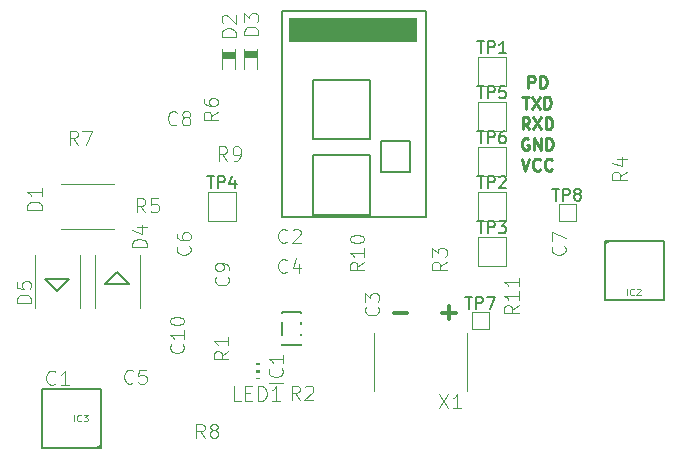
<source format=gbr>
G04 #@! TF.GenerationSoftware,KiCad,Pcbnew,5.0.0+dfsg1-1~bpo9+1*
G04 #@! TF.CreationDate,2018-12-28T11:25:29+01:00*
G04 #@! TF.ProjectId,receive_v1_1,726563656976655F76315F312E6B6963,rev?*
G04 #@! TF.SameCoordinates,Original*
G04 #@! TF.FileFunction,Legend,Top*
G04 #@! TF.FilePolarity,Positive*
%FSLAX46Y46*%
G04 Gerber Fmt 4.6, Leading zero omitted, Abs format (unit mm)*
G04 Created by KiCad (PCBNEW 5.0.0+dfsg1-1~bpo9+1) date Fri Dec 28 11:25:29 2018*
%MOMM*%
%LPD*%
G01*
G04 APERTURE LIST*
%ADD10C,0.250000*%
%ADD11C,0.300000*%
%ADD12C,0.120000*%
%ADD13C,0.100000*%
%ADD14C,0.152400*%
%ADD15C,0.127000*%
%ADD16C,0.101600*%
%ADD17C,0.203200*%
%ADD18C,0.150000*%
%ADD19C,0.048768*%
G04 APERTURE END LIST*
D10*
X132588095Y-82677380D02*
X132588095Y-81677380D01*
X132969047Y-81677380D01*
X133064285Y-81725000D01*
X133111904Y-81772619D01*
X133159523Y-81867857D01*
X133159523Y-82010714D01*
X133111904Y-82105952D01*
X133064285Y-82153571D01*
X132969047Y-82201190D01*
X132588095Y-82201190D01*
X133588095Y-82677380D02*
X133588095Y-81677380D01*
X133826190Y-81677380D01*
X133969047Y-81725000D01*
X134064285Y-81820238D01*
X134111904Y-81915476D01*
X134159523Y-82105952D01*
X134159523Y-82248809D01*
X134111904Y-82439285D01*
X134064285Y-82534523D01*
X133969047Y-82629761D01*
X133826190Y-82677380D01*
X133588095Y-82677380D01*
X132088095Y-83427380D02*
X132659523Y-83427380D01*
X132373809Y-84427380D02*
X132373809Y-83427380D01*
X132897619Y-83427380D02*
X133564285Y-84427380D01*
X133564285Y-83427380D02*
X132897619Y-84427380D01*
X133945238Y-84427380D02*
X133945238Y-83427380D01*
X134183333Y-83427380D01*
X134326190Y-83475000D01*
X134421428Y-83570238D01*
X134469047Y-83665476D01*
X134516666Y-83855952D01*
X134516666Y-83998809D01*
X134469047Y-84189285D01*
X134421428Y-84284523D01*
X134326190Y-84379761D01*
X134183333Y-84427380D01*
X133945238Y-84427380D01*
X132683333Y-86177380D02*
X132350000Y-85701190D01*
X132111904Y-86177380D02*
X132111904Y-85177380D01*
X132492857Y-85177380D01*
X132588095Y-85225000D01*
X132635714Y-85272619D01*
X132683333Y-85367857D01*
X132683333Y-85510714D01*
X132635714Y-85605952D01*
X132588095Y-85653571D01*
X132492857Y-85701190D01*
X132111904Y-85701190D01*
X133016666Y-85177380D02*
X133683333Y-86177380D01*
X133683333Y-85177380D02*
X133016666Y-86177380D01*
X134064285Y-86177380D02*
X134064285Y-85177380D01*
X134302380Y-85177380D01*
X134445238Y-85225000D01*
X134540476Y-85320238D01*
X134588095Y-85415476D01*
X134635714Y-85605952D01*
X134635714Y-85748809D01*
X134588095Y-85939285D01*
X134540476Y-86034523D01*
X134445238Y-86129761D01*
X134302380Y-86177380D01*
X134064285Y-86177380D01*
X132588095Y-86975000D02*
X132492857Y-86927380D01*
X132350000Y-86927380D01*
X132207142Y-86975000D01*
X132111904Y-87070238D01*
X132064285Y-87165476D01*
X132016666Y-87355952D01*
X132016666Y-87498809D01*
X132064285Y-87689285D01*
X132111904Y-87784523D01*
X132207142Y-87879761D01*
X132350000Y-87927380D01*
X132445238Y-87927380D01*
X132588095Y-87879761D01*
X132635714Y-87832142D01*
X132635714Y-87498809D01*
X132445238Y-87498809D01*
X133064285Y-87927380D02*
X133064285Y-86927380D01*
X133635714Y-87927380D01*
X133635714Y-86927380D01*
X134111904Y-87927380D02*
X134111904Y-86927380D01*
X134350000Y-86927380D01*
X134492857Y-86975000D01*
X134588095Y-87070238D01*
X134635714Y-87165476D01*
X134683333Y-87355952D01*
X134683333Y-87498809D01*
X134635714Y-87689285D01*
X134588095Y-87784523D01*
X134492857Y-87879761D01*
X134350000Y-87927380D01*
X134111904Y-87927380D01*
X132016666Y-88677380D02*
X132350000Y-89677380D01*
X132683333Y-88677380D01*
X133588095Y-89582142D02*
X133540476Y-89629761D01*
X133397619Y-89677380D01*
X133302380Y-89677380D01*
X133159523Y-89629761D01*
X133064285Y-89534523D01*
X133016666Y-89439285D01*
X132969047Y-89248809D01*
X132969047Y-89105952D01*
X133016666Y-88915476D01*
X133064285Y-88820238D01*
X133159523Y-88725000D01*
X133302380Y-88677380D01*
X133397619Y-88677380D01*
X133540476Y-88725000D01*
X133588095Y-88772619D01*
X134588095Y-89582142D02*
X134540476Y-89629761D01*
X134397619Y-89677380D01*
X134302380Y-89677380D01*
X134159523Y-89629761D01*
X134064285Y-89534523D01*
X134016666Y-89439285D01*
X133969047Y-89248809D01*
X133969047Y-89105952D01*
X134016666Y-88915476D01*
X134064285Y-88820238D01*
X134159523Y-88725000D01*
X134302380Y-88677380D01*
X134397619Y-88677380D01*
X134540476Y-88725000D01*
X134588095Y-88772619D01*
D11*
X121182142Y-101707142D02*
X122325000Y-101707142D01*
X125325000Y-101707142D02*
X126467857Y-101707142D01*
X125896428Y-102278571D02*
X125896428Y-101135714D01*
D12*
G04 #@! TO.C,TP8*
X135190000Y-93918000D02*
X135190000Y-92518000D01*
X136590000Y-93918000D02*
X135190000Y-93918000D01*
X136590000Y-92518000D02*
X136590000Y-93918000D01*
X135190000Y-92518000D02*
X136590000Y-92518000D01*
G04 #@! TO.C,TP7*
X127824000Y-101662000D02*
X129224000Y-101662000D01*
X129224000Y-101662000D02*
X129224000Y-103062000D01*
X129224000Y-103062000D02*
X127824000Y-103062000D01*
X127824000Y-103062000D02*
X127824000Y-101662000D01*
D13*
G04 #@! TO.C,LED1*
G36*
X109567259Y-106531065D02*
X109567259Y-106831065D01*
X109867259Y-106831065D01*
X109867259Y-106531065D01*
X109567259Y-106531065D01*
G37*
G36*
X109567259Y-107206065D02*
X109567259Y-107356065D01*
X109867259Y-107356065D01*
X109867259Y-107206065D01*
X109567259Y-107206065D01*
G37*
G36*
X109567259Y-106006065D02*
X109567259Y-106156065D01*
X109867259Y-106156065D01*
X109867259Y-106006065D01*
X109567259Y-106006065D01*
G37*
D14*
G04 #@! TO.C,IC1*
X111766375Y-104481509D02*
X111766375Y-104387509D01*
X111766375Y-101731509D02*
X111766375Y-101637509D01*
X113386375Y-101637509D02*
X113386375Y-101731509D01*
X113386375Y-104387509D02*
X113386375Y-104481509D01*
X113386375Y-102537509D02*
X113386375Y-102631509D01*
X113386375Y-103487509D02*
X113386375Y-103581509D01*
X111766375Y-103581509D02*
X111766375Y-102537509D01*
X113386375Y-104481509D02*
X111766375Y-104481509D01*
X111766375Y-101637509D02*
X113386375Y-101637509D01*
D15*
G04 #@! TO.C,U$1*
X119160000Y-93400000D02*
X119160000Y-88400000D01*
X114360000Y-93400000D02*
X119160000Y-93400000D01*
X114360000Y-88400000D02*
X114360000Y-93400000D01*
X119160000Y-88400000D02*
X114360000Y-88400000D01*
X122560000Y-89800000D02*
X122560000Y-87200000D01*
X120160000Y-89800000D02*
X122560000Y-89800000D01*
X120160000Y-87200000D02*
X120160000Y-89800000D01*
X122560000Y-87200000D02*
X120160000Y-87200000D01*
X119160000Y-87000000D02*
X119160000Y-82000000D01*
X114360000Y-87000000D02*
X119160000Y-87000000D01*
X114360000Y-82000000D02*
X114360000Y-87000000D01*
X119160000Y-82000000D02*
X114360000Y-82000000D01*
X111760000Y-76200000D02*
X111760000Y-93600000D01*
D13*
G36*
X112360000Y-76800000D02*
X112360000Y-78800000D01*
X123160000Y-78800000D01*
X123160000Y-76800000D01*
X112360000Y-76800000D01*
G37*
D15*
X123960000Y-76200000D02*
X123960000Y-93600000D01*
X111760000Y-76200000D02*
X123960000Y-76200000D01*
X111760000Y-93600000D02*
X123960000Y-93600000D01*
D12*
G04 #@! TO.C,TP4*
X105480000Y-93910000D02*
X105480000Y-91510000D01*
X107880000Y-93910000D02*
X105480000Y-93910000D01*
X107880000Y-91510000D02*
X107880000Y-93910000D01*
X105480000Y-91510000D02*
X107880000Y-91510000D01*
G04 #@! TO.C,TP6*
X128340000Y-90100000D02*
X128340000Y-87700000D01*
X130740000Y-90100000D02*
X128340000Y-90100000D01*
X130740000Y-87700000D02*
X130740000Y-90100000D01*
X128340000Y-87700000D02*
X130740000Y-87700000D01*
G04 #@! TO.C,TP5*
X128340000Y-83890000D02*
X130740000Y-83890000D01*
X130740000Y-83890000D02*
X130740000Y-86290000D01*
X130740000Y-86290000D02*
X128340000Y-86290000D01*
X128340000Y-86290000D02*
X128340000Y-83890000D01*
G04 #@! TO.C,TP3*
X128340000Y-95320000D02*
X130740000Y-95320000D01*
X130740000Y-95320000D02*
X130740000Y-97720000D01*
X130740000Y-97720000D02*
X128340000Y-97720000D01*
X128340000Y-97720000D02*
X128340000Y-95320000D01*
G04 #@! TO.C,TP2*
X128340000Y-93910000D02*
X128340000Y-91510000D01*
X130740000Y-93910000D02*
X128340000Y-93910000D01*
X130740000Y-91510000D02*
X130740000Y-93910000D01*
X128340000Y-91510000D02*
X130740000Y-91510000D01*
G04 #@! TO.C,TP1*
X128340000Y-80080000D02*
X130740000Y-80080000D01*
X130740000Y-80080000D02*
X130740000Y-82480000D01*
X130740000Y-82480000D02*
X128340000Y-82480000D01*
X128340000Y-82480000D02*
X128340000Y-80080000D01*
D15*
G04 #@! TO.C,IC3*
X96103800Y-113193200D02*
X96403800Y-112893200D01*
X96403800Y-112893200D02*
X96403800Y-108193200D01*
X96403800Y-113193200D02*
X96403800Y-112893200D01*
X96103800Y-113193200D02*
X96403800Y-113193200D01*
X91403800Y-113193200D02*
X96103800Y-113193200D01*
X91403800Y-108193200D02*
X91403800Y-113193200D01*
X96403800Y-108193200D02*
X91403800Y-108193200D01*
D16*
G04 #@! TO.C,D1*
X97490000Y-94630000D02*
X93010000Y-94630000D01*
X93010000Y-90790000D02*
X97490000Y-90790000D01*
D15*
G04 #@! TO.C,IC2*
X139405000Y-95620200D02*
X139105000Y-95920200D01*
X139105000Y-95920200D02*
X139105000Y-100620200D01*
X139105000Y-95620200D02*
X139105000Y-95920200D01*
X139405000Y-95620200D02*
X139105000Y-95620200D01*
X144105000Y-95620200D02*
X139405000Y-95620200D01*
X144105000Y-100620200D02*
X144105000Y-95620200D01*
X139105000Y-100620200D02*
X144105000Y-100620200D01*
D13*
G04 #@! TO.C,D2*
G36*
X106638000Y-79614000D02*
X106638000Y-80214000D01*
X107738000Y-80214000D01*
X107738000Y-79614000D01*
X106638000Y-79614000D01*
G37*
D16*
X106638000Y-81114000D02*
X106638000Y-79414000D01*
X107738000Y-79414000D02*
X107738000Y-81114000D01*
D13*
G04 #@! TO.C,D3*
G36*
X108480000Y-79550000D02*
X108480000Y-80150000D01*
X109580000Y-80150000D01*
X109580000Y-79550000D01*
X108480000Y-79550000D01*
G37*
D16*
X108480000Y-81050000D02*
X108480000Y-79350000D01*
X109580000Y-79350000D02*
X109580000Y-81050000D01*
G04 #@! TO.C,X1*
X119527100Y-108374300D02*
X119527100Y-103472600D01*
X127361100Y-103472600D02*
X127361100Y-108374300D01*
D17*
G04 #@! TO.C,D4*
X96790000Y-99253000D02*
X98790000Y-99253000D01*
X97790000Y-98230000D02*
X96790000Y-99253000D01*
X98790000Y-99253000D02*
X97790000Y-98230000D01*
D16*
X95885000Y-96799400D02*
X95885000Y-101320600D01*
X99695000Y-96799400D02*
X99695000Y-101320600D01*
D17*
G04 #@! TO.C,D5*
X93710000Y-98867000D02*
X91710000Y-98867000D01*
X92710000Y-99890000D02*
X93710000Y-98867000D01*
X91710000Y-98867000D02*
X92710000Y-99890000D01*
D16*
X94615000Y-101320600D02*
X94615000Y-96799400D01*
X90805000Y-101320600D02*
X90805000Y-96799400D01*
G04 #@! TO.C,R4*
X140912547Y-89762269D02*
X140338023Y-90164436D01*
X140912547Y-90451698D02*
X139706047Y-90451698D01*
X139706047Y-89992079D01*
X139763500Y-89877174D01*
X139820952Y-89819721D01*
X139935857Y-89762269D01*
X140108214Y-89762269D01*
X140223119Y-89819721D01*
X140280571Y-89877174D01*
X140338023Y-89992079D01*
X140338023Y-90451698D01*
X140108214Y-88728126D02*
X140912547Y-88728126D01*
X139648595Y-89015388D02*
X140510380Y-89302650D01*
X140510380Y-88555769D01*
G04 #@! TO.C,R11*
X131768547Y-101065269D02*
X131194023Y-101467436D01*
X131768547Y-101754698D02*
X130562047Y-101754698D01*
X130562047Y-101295079D01*
X130619500Y-101180174D01*
X130676952Y-101122721D01*
X130791857Y-101065269D01*
X130964214Y-101065269D01*
X131079119Y-101122721D01*
X131136571Y-101180174D01*
X131194023Y-101295079D01*
X131194023Y-101754698D01*
X131768547Y-99916221D02*
X131768547Y-100605650D01*
X131768547Y-100260936D02*
X130562047Y-100260936D01*
X130734404Y-100375840D01*
X130849309Y-100490745D01*
X130906761Y-100605650D01*
X131768547Y-98767174D02*
X131768547Y-99456602D01*
X131768547Y-99111888D02*
X130562047Y-99111888D01*
X130734404Y-99226793D01*
X130849309Y-99341698D01*
X130906761Y-99456602D01*
G04 #@! TO.C,TP8*
D18*
X134628095Y-91222380D02*
X135199523Y-91222380D01*
X134913809Y-92222380D02*
X134913809Y-91222380D01*
X135532857Y-92222380D02*
X135532857Y-91222380D01*
X135913809Y-91222380D01*
X136009047Y-91270000D01*
X136056666Y-91317619D01*
X136104285Y-91412857D01*
X136104285Y-91555714D01*
X136056666Y-91650952D01*
X136009047Y-91698571D01*
X135913809Y-91746190D01*
X135532857Y-91746190D01*
X136675714Y-91650952D02*
X136580476Y-91603333D01*
X136532857Y-91555714D01*
X136485238Y-91460476D01*
X136485238Y-91412857D01*
X136532857Y-91317619D01*
X136580476Y-91270000D01*
X136675714Y-91222380D01*
X136866190Y-91222380D01*
X136961428Y-91270000D01*
X137009047Y-91317619D01*
X137056666Y-91412857D01*
X137056666Y-91460476D01*
X137009047Y-91555714D01*
X136961428Y-91603333D01*
X136866190Y-91650952D01*
X136675714Y-91650952D01*
X136580476Y-91698571D01*
X136532857Y-91746190D01*
X136485238Y-91841428D01*
X136485238Y-92031904D01*
X136532857Y-92127142D01*
X136580476Y-92174761D01*
X136675714Y-92222380D01*
X136866190Y-92222380D01*
X136961428Y-92174761D01*
X137009047Y-92127142D01*
X137056666Y-92031904D01*
X137056666Y-91841428D01*
X137009047Y-91746190D01*
X136961428Y-91698571D01*
X136866190Y-91650952D01*
G04 #@! TO.C,TP7*
X127262095Y-100366380D02*
X127833523Y-100366380D01*
X127547809Y-101366380D02*
X127547809Y-100366380D01*
X128166857Y-101366380D02*
X128166857Y-100366380D01*
X128547809Y-100366380D01*
X128643047Y-100414000D01*
X128690666Y-100461619D01*
X128738285Y-100556857D01*
X128738285Y-100699714D01*
X128690666Y-100794952D01*
X128643047Y-100842571D01*
X128547809Y-100890190D01*
X128166857Y-100890190D01*
X129071619Y-100366380D02*
X129738285Y-100366380D01*
X129309714Y-101366380D01*
G04 #@! TO.C,R10*
D16*
X118687547Y-97423868D02*
X118113023Y-97826035D01*
X118687547Y-98113297D02*
X117481047Y-98113297D01*
X117481047Y-97653678D01*
X117538500Y-97538773D01*
X117595952Y-97481320D01*
X117710857Y-97423868D01*
X117883214Y-97423868D01*
X117998119Y-97481320D01*
X118055571Y-97538773D01*
X118113023Y-97653678D01*
X118113023Y-98113297D01*
X118687547Y-96274820D02*
X118687547Y-96964249D01*
X118687547Y-96619535D02*
X117481047Y-96619535D01*
X117653404Y-96734439D01*
X117768309Y-96849344D01*
X117825761Y-96964249D01*
X117481047Y-95527939D02*
X117481047Y-95413035D01*
X117538500Y-95298130D01*
X117595952Y-95240678D01*
X117710857Y-95183225D01*
X117940666Y-95125773D01*
X118227928Y-95125773D01*
X118457738Y-95183225D01*
X118572642Y-95240678D01*
X118630095Y-95298130D01*
X118687547Y-95413035D01*
X118687547Y-95527939D01*
X118630095Y-95642844D01*
X118572642Y-95700297D01*
X118457738Y-95757749D01*
X118227928Y-95815201D01*
X117940666Y-95815201D01*
X117710857Y-95757749D01*
X117595952Y-95700297D01*
X117538500Y-95642844D01*
X117481047Y-95527939D01*
G04 #@! TO.C,R2*
X113236102Y-109100112D02*
X112833936Y-108525588D01*
X112546674Y-109100112D02*
X112546674Y-107893612D01*
X113006293Y-107893612D01*
X113121198Y-107951065D01*
X113178650Y-108008517D01*
X113236102Y-108123422D01*
X113236102Y-108295779D01*
X113178650Y-108410684D01*
X113121198Y-108468136D01*
X113006293Y-108525588D01*
X112546674Y-108525588D01*
X113695721Y-108008517D02*
X113753174Y-107951065D01*
X113868079Y-107893612D01*
X114155340Y-107893612D01*
X114270245Y-107951065D01*
X114327698Y-108008517D01*
X114385150Y-108123422D01*
X114385150Y-108238326D01*
X114327698Y-108410684D01*
X113638269Y-109100112D01*
X114385150Y-109100112D01*
G04 #@! TO.C,LED1*
X108242825Y-109162547D02*
X107668301Y-109162547D01*
X107668301Y-107956047D01*
X108644992Y-108530571D02*
X109047159Y-108530571D01*
X109219516Y-109162547D02*
X108644992Y-109162547D01*
X108644992Y-107956047D01*
X109219516Y-107956047D01*
X109736587Y-109162547D02*
X109736587Y-107956047D01*
X110023849Y-107956047D01*
X110196206Y-108013500D01*
X110311111Y-108128404D01*
X110368563Y-108243309D01*
X110426016Y-108473119D01*
X110426016Y-108645476D01*
X110368563Y-108875285D01*
X110311111Y-108990190D01*
X110196206Y-109105095D01*
X110023849Y-109162547D01*
X109736587Y-109162547D01*
X111575063Y-109162547D02*
X110885635Y-109162547D01*
X111230349Y-109162547D02*
X111230349Y-107956047D01*
X111115444Y-108128404D01*
X111000540Y-108243309D01*
X110885635Y-108300761D01*
G04 #@! TO.C,C2*
X112167730Y-95712642D02*
X112110278Y-95770095D01*
X111937920Y-95827547D01*
X111823016Y-95827547D01*
X111650659Y-95770095D01*
X111535754Y-95655190D01*
X111478301Y-95540285D01*
X111420849Y-95310476D01*
X111420849Y-95138119D01*
X111478301Y-94908309D01*
X111535754Y-94793404D01*
X111650659Y-94678500D01*
X111823016Y-94621047D01*
X111937920Y-94621047D01*
X112110278Y-94678500D01*
X112167730Y-94735952D01*
X112627349Y-94735952D02*
X112684801Y-94678500D01*
X112799706Y-94621047D01*
X113086968Y-94621047D01*
X113201873Y-94678500D01*
X113259325Y-94735952D01*
X113316778Y-94850857D01*
X113316778Y-94965761D01*
X113259325Y-95138119D01*
X112569897Y-95827547D01*
X113316778Y-95827547D01*
G04 #@! TO.C,IC1*
X111820422Y-107673358D02*
X110613922Y-107673358D01*
X111705517Y-106409406D02*
X111762970Y-106466858D01*
X111820422Y-106639215D01*
X111820422Y-106754120D01*
X111762970Y-106926477D01*
X111648065Y-107041382D01*
X111533160Y-107098834D01*
X111303351Y-107156287D01*
X111130994Y-107156287D01*
X110901184Y-107098834D01*
X110786279Y-107041382D01*
X110671375Y-106926477D01*
X110613922Y-106754120D01*
X110613922Y-106639215D01*
X110671375Y-106466858D01*
X110728827Y-106409406D01*
X111820422Y-105260358D02*
X111820422Y-105949787D01*
X111820422Y-105605072D02*
X110613922Y-105605072D01*
X110786279Y-105719977D01*
X110901184Y-105834882D01*
X110958636Y-105949787D01*
G04 #@! TO.C,C3*
X119842642Y-101192269D02*
X119900095Y-101249721D01*
X119957547Y-101422079D01*
X119957547Y-101536983D01*
X119900095Y-101709340D01*
X119785190Y-101824245D01*
X119670285Y-101881698D01*
X119440476Y-101939150D01*
X119268119Y-101939150D01*
X119038309Y-101881698D01*
X118923404Y-101824245D01*
X118808500Y-101709340D01*
X118751047Y-101536983D01*
X118751047Y-101422079D01*
X118808500Y-101249721D01*
X118865952Y-101192269D01*
X118751047Y-100790102D02*
X118751047Y-100043221D01*
X119210666Y-100445388D01*
X119210666Y-100273031D01*
X119268119Y-100158126D01*
X119325571Y-100100674D01*
X119440476Y-100043221D01*
X119727738Y-100043221D01*
X119842642Y-100100674D01*
X119900095Y-100158126D01*
X119957547Y-100273031D01*
X119957547Y-100617745D01*
X119900095Y-100732650D01*
X119842642Y-100790102D01*
G04 #@! TO.C,C4*
X112167730Y-98252642D02*
X112110278Y-98310095D01*
X111937920Y-98367547D01*
X111823016Y-98367547D01*
X111650659Y-98310095D01*
X111535754Y-98195190D01*
X111478301Y-98080285D01*
X111420849Y-97850476D01*
X111420849Y-97678119D01*
X111478301Y-97448309D01*
X111535754Y-97333404D01*
X111650659Y-97218500D01*
X111823016Y-97161047D01*
X111937920Y-97161047D01*
X112110278Y-97218500D01*
X112167730Y-97275952D01*
X113201873Y-97563214D02*
X113201873Y-98367547D01*
X112914611Y-97103595D02*
X112627349Y-97965380D01*
X113374230Y-97965380D01*
G04 #@! TO.C,R1*
X107194047Y-104949897D02*
X106619523Y-105352063D01*
X107194047Y-105639325D02*
X105987547Y-105639325D01*
X105987547Y-105179706D01*
X106045000Y-105064801D01*
X106102452Y-105007349D01*
X106217357Y-104949897D01*
X106389714Y-104949897D01*
X106504619Y-105007349D01*
X106562071Y-105064801D01*
X106619523Y-105179706D01*
X106619523Y-105639325D01*
X107194047Y-103800849D02*
X107194047Y-104490278D01*
X107194047Y-104145563D02*
X105987547Y-104145563D01*
X106159904Y-104260468D01*
X106274809Y-104375373D01*
X106332261Y-104490278D01*
G04 #@! TO.C,R3*
X125672547Y-97382269D02*
X125098023Y-97784436D01*
X125672547Y-98071698D02*
X124466047Y-98071698D01*
X124466047Y-97612079D01*
X124523500Y-97497174D01*
X124580952Y-97439721D01*
X124695857Y-97382269D01*
X124868214Y-97382269D01*
X124983119Y-97439721D01*
X125040571Y-97497174D01*
X125098023Y-97612079D01*
X125098023Y-98071698D01*
X124466047Y-96980102D02*
X124466047Y-96233221D01*
X124925666Y-96635388D01*
X124925666Y-96463031D01*
X124983119Y-96348126D01*
X125040571Y-96290674D01*
X125155476Y-96233221D01*
X125442738Y-96233221D01*
X125557642Y-96290674D01*
X125615095Y-96348126D01*
X125672547Y-96463031D01*
X125672547Y-96807745D01*
X125615095Y-96922650D01*
X125557642Y-96980102D01*
G04 #@! TO.C,TP4*
D18*
X105418095Y-90164380D02*
X105989523Y-90164380D01*
X105703809Y-91164380D02*
X105703809Y-90164380D01*
X106322857Y-91164380D02*
X106322857Y-90164380D01*
X106703809Y-90164380D01*
X106799047Y-90212000D01*
X106846666Y-90259619D01*
X106894285Y-90354857D01*
X106894285Y-90497714D01*
X106846666Y-90592952D01*
X106799047Y-90640571D01*
X106703809Y-90688190D01*
X106322857Y-90688190D01*
X107751428Y-90497714D02*
X107751428Y-91164380D01*
X107513333Y-90116761D02*
X107275238Y-90831047D01*
X107894285Y-90831047D01*
G04 #@! TO.C,TP6*
X128278095Y-86354380D02*
X128849523Y-86354380D01*
X128563809Y-87354380D02*
X128563809Y-86354380D01*
X129182857Y-87354380D02*
X129182857Y-86354380D01*
X129563809Y-86354380D01*
X129659047Y-86402000D01*
X129706666Y-86449619D01*
X129754285Y-86544857D01*
X129754285Y-86687714D01*
X129706666Y-86782952D01*
X129659047Y-86830571D01*
X129563809Y-86878190D01*
X129182857Y-86878190D01*
X130611428Y-86354380D02*
X130420952Y-86354380D01*
X130325714Y-86402000D01*
X130278095Y-86449619D01*
X130182857Y-86592476D01*
X130135238Y-86782952D01*
X130135238Y-87163904D01*
X130182857Y-87259142D01*
X130230476Y-87306761D01*
X130325714Y-87354380D01*
X130516190Y-87354380D01*
X130611428Y-87306761D01*
X130659047Y-87259142D01*
X130706666Y-87163904D01*
X130706666Y-86925809D01*
X130659047Y-86830571D01*
X130611428Y-86782952D01*
X130516190Y-86735333D01*
X130325714Y-86735333D01*
X130230476Y-86782952D01*
X130182857Y-86830571D01*
X130135238Y-86925809D01*
G04 #@! TO.C,TP5*
X128278095Y-82544380D02*
X128849523Y-82544380D01*
X128563809Y-83544380D02*
X128563809Y-82544380D01*
X129182857Y-83544380D02*
X129182857Y-82544380D01*
X129563809Y-82544380D01*
X129659047Y-82592000D01*
X129706666Y-82639619D01*
X129754285Y-82734857D01*
X129754285Y-82877714D01*
X129706666Y-82972952D01*
X129659047Y-83020571D01*
X129563809Y-83068190D01*
X129182857Y-83068190D01*
X130659047Y-82544380D02*
X130182857Y-82544380D01*
X130135238Y-83020571D01*
X130182857Y-82972952D01*
X130278095Y-82925333D01*
X130516190Y-82925333D01*
X130611428Y-82972952D01*
X130659047Y-83020571D01*
X130706666Y-83115809D01*
X130706666Y-83353904D01*
X130659047Y-83449142D01*
X130611428Y-83496761D01*
X130516190Y-83544380D01*
X130278095Y-83544380D01*
X130182857Y-83496761D01*
X130135238Y-83449142D01*
G04 #@! TO.C,TP3*
X128278095Y-93974380D02*
X128849523Y-93974380D01*
X128563809Y-94974380D02*
X128563809Y-93974380D01*
X129182857Y-94974380D02*
X129182857Y-93974380D01*
X129563809Y-93974380D01*
X129659047Y-94022000D01*
X129706666Y-94069619D01*
X129754285Y-94164857D01*
X129754285Y-94307714D01*
X129706666Y-94402952D01*
X129659047Y-94450571D01*
X129563809Y-94498190D01*
X129182857Y-94498190D01*
X130087619Y-93974380D02*
X130706666Y-93974380D01*
X130373333Y-94355333D01*
X130516190Y-94355333D01*
X130611428Y-94402952D01*
X130659047Y-94450571D01*
X130706666Y-94545809D01*
X130706666Y-94783904D01*
X130659047Y-94879142D01*
X130611428Y-94926761D01*
X130516190Y-94974380D01*
X130230476Y-94974380D01*
X130135238Y-94926761D01*
X130087619Y-94879142D01*
G04 #@! TO.C,TP2*
X128278095Y-90164380D02*
X128849523Y-90164380D01*
X128563809Y-91164380D02*
X128563809Y-90164380D01*
X129182857Y-91164380D02*
X129182857Y-90164380D01*
X129563809Y-90164380D01*
X129659047Y-90212000D01*
X129706666Y-90259619D01*
X129754285Y-90354857D01*
X129754285Y-90497714D01*
X129706666Y-90592952D01*
X129659047Y-90640571D01*
X129563809Y-90688190D01*
X129182857Y-90688190D01*
X130135238Y-90259619D02*
X130182857Y-90212000D01*
X130278095Y-90164380D01*
X130516190Y-90164380D01*
X130611428Y-90212000D01*
X130659047Y-90259619D01*
X130706666Y-90354857D01*
X130706666Y-90450095D01*
X130659047Y-90592952D01*
X130087619Y-91164380D01*
X130706666Y-91164380D01*
G04 #@! TO.C,TP1*
X128278095Y-78734380D02*
X128849523Y-78734380D01*
X128563809Y-79734380D02*
X128563809Y-78734380D01*
X129182857Y-79734380D02*
X129182857Y-78734380D01*
X129563809Y-78734380D01*
X129659047Y-78782000D01*
X129706666Y-78829619D01*
X129754285Y-78924857D01*
X129754285Y-79067714D01*
X129706666Y-79162952D01*
X129659047Y-79210571D01*
X129563809Y-79258190D01*
X129182857Y-79258190D01*
X130706666Y-79734380D02*
X130135238Y-79734380D01*
X130420952Y-79734380D02*
X130420952Y-78734380D01*
X130325714Y-78877238D01*
X130230476Y-78972476D01*
X130135238Y-79020095D01*
G04 #@! TO.C,IC3*
D19*
X94133552Y-110924742D02*
X94133552Y-110345622D01*
X94740249Y-110869588D02*
X94712672Y-110897165D01*
X94629940Y-110924742D01*
X94574786Y-110924742D01*
X94492055Y-110897165D01*
X94436900Y-110842011D01*
X94409323Y-110786857D01*
X94381746Y-110676548D01*
X94381746Y-110593817D01*
X94409323Y-110483508D01*
X94436900Y-110428354D01*
X94492055Y-110373200D01*
X94574786Y-110345622D01*
X94629940Y-110345622D01*
X94712672Y-110373200D01*
X94740249Y-110400777D01*
X94933289Y-110345622D02*
X95291792Y-110345622D01*
X95098752Y-110566240D01*
X95181483Y-110566240D01*
X95236637Y-110593817D01*
X95264215Y-110621394D01*
X95291792Y-110676548D01*
X95291792Y-110814434D01*
X95264215Y-110869588D01*
X95236637Y-110897165D01*
X95181483Y-110924742D01*
X95016020Y-110924742D01*
X94960866Y-110897165D01*
X94933289Y-110869588D01*
G04 #@! TO.C,C1*
D16*
X92535102Y-107714142D02*
X92477650Y-107771595D01*
X92305293Y-107829047D01*
X92190388Y-107829047D01*
X92018031Y-107771595D01*
X91903126Y-107656690D01*
X91845674Y-107541785D01*
X91788221Y-107311976D01*
X91788221Y-107139619D01*
X91845674Y-106909809D01*
X91903126Y-106794904D01*
X92018031Y-106680000D01*
X92190388Y-106622547D01*
X92305293Y-106622547D01*
X92477650Y-106680000D01*
X92535102Y-106737452D01*
X93684150Y-107829047D02*
X92994721Y-107829047D01*
X93339436Y-107829047D02*
X93339436Y-106622547D01*
X93224531Y-106794904D01*
X93109626Y-106909809D01*
X92994721Y-106967261D01*
G04 #@! TO.C,C5*
X99122452Y-107620242D02*
X99065000Y-107677695D01*
X98892643Y-107735147D01*
X98777738Y-107735147D01*
X98605381Y-107677695D01*
X98490476Y-107562790D01*
X98433024Y-107447885D01*
X98375571Y-107218076D01*
X98375571Y-107045719D01*
X98433024Y-106815909D01*
X98490476Y-106701004D01*
X98605381Y-106586100D01*
X98777738Y-106528647D01*
X98892643Y-106528647D01*
X99065000Y-106586100D01*
X99122452Y-106643552D01*
X100214048Y-106528647D02*
X99639524Y-106528647D01*
X99582071Y-107103171D01*
X99639524Y-107045719D01*
X99754429Y-106988266D01*
X100041690Y-106988266D01*
X100156595Y-107045719D01*
X100214048Y-107103171D01*
X100271500Y-107218076D01*
X100271500Y-107505338D01*
X100214048Y-107620242D01*
X100156595Y-107677695D01*
X100041690Y-107735147D01*
X99754429Y-107735147D01*
X99639524Y-107677695D01*
X99582071Y-107620242D01*
G04 #@! TO.C,D1*
X91382547Y-92991698D02*
X90176047Y-92991698D01*
X90176047Y-92704436D01*
X90233500Y-92532079D01*
X90348404Y-92417174D01*
X90463309Y-92359721D01*
X90693119Y-92302269D01*
X90865476Y-92302269D01*
X91095285Y-92359721D01*
X91210190Y-92417174D01*
X91325095Y-92532079D01*
X91382547Y-92704436D01*
X91382547Y-92991698D01*
X91382547Y-91153221D02*
X91382547Y-91842650D01*
X91382547Y-91497936D02*
X90176047Y-91497936D01*
X90348404Y-91612840D01*
X90463309Y-91727745D01*
X90520761Y-91842650D01*
G04 #@! TO.C,IC2*
D19*
X140939752Y-100246542D02*
X140939752Y-99667422D01*
X141546449Y-100191388D02*
X141518872Y-100218965D01*
X141436140Y-100246542D01*
X141380986Y-100246542D01*
X141298255Y-100218965D01*
X141243100Y-100163811D01*
X141215523Y-100108657D01*
X141187946Y-99998348D01*
X141187946Y-99915617D01*
X141215523Y-99805308D01*
X141243100Y-99750154D01*
X141298255Y-99695000D01*
X141380986Y-99667422D01*
X141436140Y-99667422D01*
X141518872Y-99695000D01*
X141546449Y-99722577D01*
X141767066Y-99722577D02*
X141794643Y-99695000D01*
X141849797Y-99667422D01*
X141987683Y-99667422D01*
X142042837Y-99695000D01*
X142070415Y-99722577D01*
X142097992Y-99777731D01*
X142097992Y-99832885D01*
X142070415Y-99915617D01*
X141739489Y-100246542D01*
X142097992Y-100246542D01*
G04 #@! TO.C,D2*
D16*
X107829047Y-78334325D02*
X106622547Y-78334325D01*
X106622547Y-78047063D01*
X106680000Y-77874706D01*
X106794904Y-77759801D01*
X106909809Y-77702349D01*
X107139619Y-77644897D01*
X107311976Y-77644897D01*
X107541785Y-77702349D01*
X107656690Y-77759801D01*
X107771595Y-77874706D01*
X107829047Y-78047063D01*
X107829047Y-78334325D01*
X106737452Y-77185278D02*
X106680000Y-77127825D01*
X106622547Y-77012920D01*
X106622547Y-76725659D01*
X106680000Y-76610754D01*
X106737452Y-76553301D01*
X106852357Y-76495849D01*
X106967261Y-76495849D01*
X107139619Y-76553301D01*
X107829047Y-77242730D01*
X107829047Y-76495849D01*
G04 #@! TO.C,R5*
X100155102Y-93224047D02*
X99752936Y-92649523D01*
X99465674Y-93224047D02*
X99465674Y-92017547D01*
X99925293Y-92017547D01*
X100040198Y-92075000D01*
X100097650Y-92132452D01*
X100155102Y-92247357D01*
X100155102Y-92419714D01*
X100097650Y-92534619D01*
X100040198Y-92592071D01*
X99925293Y-92649523D01*
X99465674Y-92649523D01*
X101246698Y-92017547D02*
X100672174Y-92017547D01*
X100614721Y-92592071D01*
X100672174Y-92534619D01*
X100787079Y-92477166D01*
X101074340Y-92477166D01*
X101189245Y-92534619D01*
X101246698Y-92592071D01*
X101304150Y-92706976D01*
X101304150Y-92994238D01*
X101246698Y-93109142D01*
X101189245Y-93166595D01*
X101074340Y-93224047D01*
X100787079Y-93224047D01*
X100672174Y-93166595D01*
X100614721Y-93109142D01*
G04 #@! TO.C,R6*
X106302547Y-84682269D02*
X105728023Y-85084436D01*
X106302547Y-85371698D02*
X105096047Y-85371698D01*
X105096047Y-84912079D01*
X105153500Y-84797174D01*
X105210952Y-84739721D01*
X105325857Y-84682269D01*
X105498214Y-84682269D01*
X105613119Y-84739721D01*
X105670571Y-84797174D01*
X105728023Y-84912079D01*
X105728023Y-85371698D01*
X105096047Y-83648126D02*
X105096047Y-83877936D01*
X105153500Y-83992840D01*
X105210952Y-84050293D01*
X105383309Y-84165198D01*
X105613119Y-84222650D01*
X106072738Y-84222650D01*
X106187642Y-84165198D01*
X106245095Y-84107745D01*
X106302547Y-83992840D01*
X106302547Y-83763031D01*
X106245095Y-83648126D01*
X106187642Y-83590674D01*
X106072738Y-83533221D01*
X105785476Y-83533221D01*
X105670571Y-83590674D01*
X105613119Y-83648126D01*
X105555666Y-83763031D01*
X105555666Y-83992840D01*
X105613119Y-84107745D01*
X105670571Y-84165198D01*
X105785476Y-84222650D01*
G04 #@! TO.C,C6*
X103904142Y-96059897D02*
X103961595Y-96117349D01*
X104019047Y-96289706D01*
X104019047Y-96404611D01*
X103961595Y-96576968D01*
X103846690Y-96691873D01*
X103731785Y-96749325D01*
X103501976Y-96806778D01*
X103329619Y-96806778D01*
X103099809Y-96749325D01*
X102984904Y-96691873D01*
X102870000Y-96576968D01*
X102812547Y-96404611D01*
X102812547Y-96289706D01*
X102870000Y-96117349D01*
X102927452Y-96059897D01*
X102812547Y-95025754D02*
X102812547Y-95255563D01*
X102870000Y-95370468D01*
X102927452Y-95427920D01*
X103099809Y-95542825D01*
X103329619Y-95600278D01*
X103789238Y-95600278D01*
X103904142Y-95542825D01*
X103961595Y-95485373D01*
X104019047Y-95370468D01*
X104019047Y-95140659D01*
X103961595Y-95025754D01*
X103904142Y-94968301D01*
X103789238Y-94910849D01*
X103501976Y-94910849D01*
X103387071Y-94968301D01*
X103329619Y-95025754D01*
X103272166Y-95140659D01*
X103272166Y-95370468D01*
X103329619Y-95485373D01*
X103387071Y-95542825D01*
X103501976Y-95600278D01*
G04 #@! TO.C,D3*
X109722547Y-78196698D02*
X108516047Y-78196698D01*
X108516047Y-77909436D01*
X108573500Y-77737079D01*
X108688404Y-77622174D01*
X108803309Y-77564721D01*
X109033119Y-77507269D01*
X109205476Y-77507269D01*
X109435285Y-77564721D01*
X109550190Y-77622174D01*
X109665095Y-77737079D01*
X109722547Y-77909436D01*
X109722547Y-78196698D01*
X108516047Y-77105102D02*
X108516047Y-76358221D01*
X108975666Y-76760388D01*
X108975666Y-76588031D01*
X109033119Y-76473126D01*
X109090571Y-76415674D01*
X109205476Y-76358221D01*
X109492738Y-76358221D01*
X109607642Y-76415674D01*
X109665095Y-76473126D01*
X109722547Y-76588031D01*
X109722547Y-76932745D01*
X109665095Y-77047650D01*
X109607642Y-77105102D01*
G04 #@! TO.C,C7*
X135654142Y-96059897D02*
X135711595Y-96117349D01*
X135769047Y-96289706D01*
X135769047Y-96404611D01*
X135711595Y-96576968D01*
X135596690Y-96691873D01*
X135481785Y-96749325D01*
X135251976Y-96806778D01*
X135079619Y-96806778D01*
X134849809Y-96749325D01*
X134734904Y-96691873D01*
X134620000Y-96576968D01*
X134562547Y-96404611D01*
X134562547Y-96289706D01*
X134620000Y-96117349D01*
X134677452Y-96059897D01*
X134562547Y-95657730D02*
X134562547Y-94853397D01*
X135769047Y-95370468D01*
G04 #@! TO.C,C8*
X102822102Y-85743142D02*
X102764650Y-85800595D01*
X102592293Y-85858047D01*
X102477388Y-85858047D01*
X102305031Y-85800595D01*
X102190126Y-85685690D01*
X102132674Y-85570785D01*
X102075221Y-85340976D01*
X102075221Y-85168619D01*
X102132674Y-84938809D01*
X102190126Y-84823904D01*
X102305031Y-84709000D01*
X102477388Y-84651547D01*
X102592293Y-84651547D01*
X102764650Y-84709000D01*
X102822102Y-84766452D01*
X103511531Y-85168619D02*
X103396626Y-85111166D01*
X103339174Y-85053714D01*
X103281721Y-84938809D01*
X103281721Y-84881357D01*
X103339174Y-84766452D01*
X103396626Y-84709000D01*
X103511531Y-84651547D01*
X103741340Y-84651547D01*
X103856245Y-84709000D01*
X103913698Y-84766452D01*
X103971150Y-84881357D01*
X103971150Y-84938809D01*
X103913698Y-85053714D01*
X103856245Y-85111166D01*
X103741340Y-85168619D01*
X103511531Y-85168619D01*
X103396626Y-85226071D01*
X103339174Y-85283523D01*
X103281721Y-85398428D01*
X103281721Y-85628238D01*
X103339174Y-85743142D01*
X103396626Y-85800595D01*
X103511531Y-85858047D01*
X103741340Y-85858047D01*
X103856245Y-85800595D01*
X103913698Y-85743142D01*
X103971150Y-85628238D01*
X103971150Y-85398428D01*
X103913698Y-85283523D01*
X103856245Y-85226071D01*
X103741340Y-85168619D01*
G04 #@! TO.C,R7*
X94440102Y-87509047D02*
X94037936Y-86934523D01*
X93750674Y-87509047D02*
X93750674Y-86302547D01*
X94210293Y-86302547D01*
X94325198Y-86360000D01*
X94382650Y-86417452D01*
X94440102Y-86532357D01*
X94440102Y-86704714D01*
X94382650Y-86819619D01*
X94325198Y-86877071D01*
X94210293Y-86934523D01*
X93750674Y-86934523D01*
X94842269Y-86302547D02*
X95646602Y-86302547D01*
X95129531Y-87509047D01*
G04 #@! TO.C,X1*
X125002221Y-108610547D02*
X125806555Y-109817047D01*
X125806555Y-108610547D02*
X125002221Y-109817047D01*
X126898150Y-109817047D02*
X126208721Y-109817047D01*
X126553436Y-109817047D02*
X126553436Y-108610547D01*
X126438531Y-108782904D01*
X126323626Y-108897809D01*
X126208721Y-108955261D01*
G04 #@! TO.C,R8*
X105182730Y-112337547D02*
X104780563Y-111763023D01*
X104493301Y-112337547D02*
X104493301Y-111131047D01*
X104952920Y-111131047D01*
X105067825Y-111188500D01*
X105125278Y-111245952D01*
X105182730Y-111360857D01*
X105182730Y-111533214D01*
X105125278Y-111648119D01*
X105067825Y-111705571D01*
X104952920Y-111763023D01*
X104493301Y-111763023D01*
X105872159Y-111648119D02*
X105757254Y-111590666D01*
X105699801Y-111533214D01*
X105642349Y-111418309D01*
X105642349Y-111360857D01*
X105699801Y-111245952D01*
X105757254Y-111188500D01*
X105872159Y-111131047D01*
X106101968Y-111131047D01*
X106216873Y-111188500D01*
X106274325Y-111245952D01*
X106331778Y-111360857D01*
X106331778Y-111418309D01*
X106274325Y-111533214D01*
X106216873Y-111590666D01*
X106101968Y-111648119D01*
X105872159Y-111648119D01*
X105757254Y-111705571D01*
X105699801Y-111763023D01*
X105642349Y-111877928D01*
X105642349Y-112107738D01*
X105699801Y-112222642D01*
X105757254Y-112280095D01*
X105872159Y-112337547D01*
X106101968Y-112337547D01*
X106216873Y-112280095D01*
X106274325Y-112222642D01*
X106331778Y-112107738D01*
X106331778Y-111877928D01*
X106274325Y-111763023D01*
X106216873Y-111705571D01*
X106101968Y-111648119D01*
G04 #@! TO.C,R9*
X107087730Y-88842547D02*
X106685563Y-88268023D01*
X106398301Y-88842547D02*
X106398301Y-87636047D01*
X106857920Y-87636047D01*
X106972825Y-87693500D01*
X107030278Y-87750952D01*
X107087730Y-87865857D01*
X107087730Y-88038214D01*
X107030278Y-88153119D01*
X106972825Y-88210571D01*
X106857920Y-88268023D01*
X106398301Y-88268023D01*
X107662254Y-88842547D02*
X107892063Y-88842547D01*
X108006968Y-88785095D01*
X108064420Y-88727642D01*
X108179325Y-88555285D01*
X108236778Y-88325476D01*
X108236778Y-87865857D01*
X108179325Y-87750952D01*
X108121873Y-87693500D01*
X108006968Y-87636047D01*
X107777159Y-87636047D01*
X107662254Y-87693500D01*
X107604801Y-87750952D01*
X107547349Y-87865857D01*
X107547349Y-88153119D01*
X107604801Y-88268023D01*
X107662254Y-88325476D01*
X107777159Y-88382928D01*
X108006968Y-88382928D01*
X108121873Y-88325476D01*
X108179325Y-88268023D01*
X108236778Y-88153119D01*
G04 #@! TO.C,C9*
X107142642Y-98652269D02*
X107200095Y-98709721D01*
X107257547Y-98882079D01*
X107257547Y-98996983D01*
X107200095Y-99169340D01*
X107085190Y-99284245D01*
X106970285Y-99341698D01*
X106740476Y-99399150D01*
X106568119Y-99399150D01*
X106338309Y-99341698D01*
X106223404Y-99284245D01*
X106108500Y-99169340D01*
X106051047Y-98996983D01*
X106051047Y-98882079D01*
X106108500Y-98709721D01*
X106165952Y-98652269D01*
X107257547Y-98077745D02*
X107257547Y-97847936D01*
X107200095Y-97733031D01*
X107142642Y-97675579D01*
X106970285Y-97560674D01*
X106740476Y-97503221D01*
X106280857Y-97503221D01*
X106165952Y-97560674D01*
X106108500Y-97618126D01*
X106051047Y-97733031D01*
X106051047Y-97962840D01*
X106108500Y-98077745D01*
X106165952Y-98135198D01*
X106280857Y-98192650D01*
X106568119Y-98192650D01*
X106683023Y-98135198D01*
X106740476Y-98077745D01*
X106797928Y-97962840D01*
X106797928Y-97733031D01*
X106740476Y-97618126D01*
X106683023Y-97560674D01*
X106568119Y-97503221D01*
G04 #@! TO.C,C10*
X103332642Y-104367269D02*
X103390095Y-104424721D01*
X103447547Y-104597079D01*
X103447547Y-104711983D01*
X103390095Y-104884340D01*
X103275190Y-104999245D01*
X103160285Y-105056698D01*
X102930476Y-105114150D01*
X102758119Y-105114150D01*
X102528309Y-105056698D01*
X102413404Y-104999245D01*
X102298500Y-104884340D01*
X102241047Y-104711983D01*
X102241047Y-104597079D01*
X102298500Y-104424721D01*
X102355952Y-104367269D01*
X103447547Y-103218221D02*
X103447547Y-103907650D01*
X103447547Y-103562936D02*
X102241047Y-103562936D01*
X102413404Y-103677840D01*
X102528309Y-103792745D01*
X102585761Y-103907650D01*
X102241047Y-102471340D02*
X102241047Y-102356436D01*
X102298500Y-102241531D01*
X102355952Y-102184079D01*
X102470857Y-102126626D01*
X102700666Y-102069174D01*
X102987928Y-102069174D01*
X103217738Y-102126626D01*
X103332642Y-102184079D01*
X103390095Y-102241531D01*
X103447547Y-102356436D01*
X103447547Y-102471340D01*
X103390095Y-102586245D01*
X103332642Y-102643698D01*
X103217738Y-102701150D01*
X102987928Y-102758602D01*
X102700666Y-102758602D01*
X102470857Y-102701150D01*
X102355952Y-102643698D01*
X102298500Y-102586245D01*
X102241047Y-102471340D01*
G04 #@! TO.C,D4*
X100272547Y-96166698D02*
X99066047Y-96166698D01*
X99066047Y-95879436D01*
X99123500Y-95707079D01*
X99238404Y-95592174D01*
X99353309Y-95534721D01*
X99583119Y-95477269D01*
X99755476Y-95477269D01*
X99985285Y-95534721D01*
X100100190Y-95592174D01*
X100215095Y-95707079D01*
X100272547Y-95879436D01*
X100272547Y-96166698D01*
X99468214Y-94443126D02*
X100272547Y-94443126D01*
X99008595Y-94730388D02*
X99870380Y-95017650D01*
X99870380Y-94270769D01*
G04 #@! TO.C,D5*
X90493547Y-100865698D02*
X89287047Y-100865698D01*
X89287047Y-100578436D01*
X89344500Y-100406079D01*
X89459404Y-100291174D01*
X89574309Y-100233721D01*
X89804119Y-100176269D01*
X89976476Y-100176269D01*
X90206285Y-100233721D01*
X90321190Y-100291174D01*
X90436095Y-100406079D01*
X90493547Y-100578436D01*
X90493547Y-100865698D01*
X89287047Y-99084674D02*
X89287047Y-99659198D01*
X89861571Y-99716650D01*
X89804119Y-99659198D01*
X89746666Y-99544293D01*
X89746666Y-99257031D01*
X89804119Y-99142126D01*
X89861571Y-99084674D01*
X89976476Y-99027221D01*
X90263738Y-99027221D01*
X90378642Y-99084674D01*
X90436095Y-99142126D01*
X90493547Y-99257031D01*
X90493547Y-99544293D01*
X90436095Y-99659198D01*
X90378642Y-99716650D01*
G04 #@! TD*
M02*

</source>
